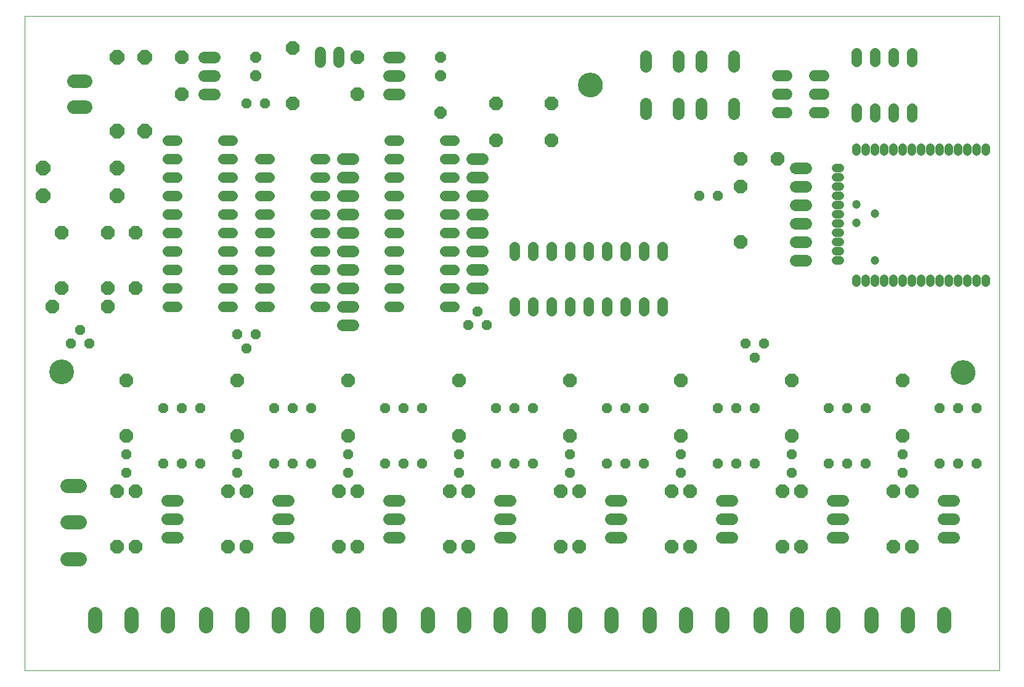
<source format=gbr>
G75*
G70*
%OFA0B0*%
%FSLAX24Y24*%
%IPPOS*%
%LPD*%
%AMOC8*
5,1,8,0,0,1.08239X$1,22.5*
%
%ADD10C,0.0000*%
%ADD11C,0.1339*%
%ADD12OC8,0.0556*%
%ADD13C,0.0636*%
%ADD14C,0.0756*%
%ADD15OC8,0.0779*%
%ADD16C,0.0596*%
%ADD17OC8,0.0709*%
%ADD18OC8,0.0579*%
%ADD19C,0.0736*%
%ADD20C,0.0472*%
%ADD21C,0.0556*%
%ADD22OC8,0.0636*%
%ADD23C,0.0472*%
D10*
X000101Y000101D02*
X000101Y035534D01*
X052857Y035534D01*
X052857Y000101D01*
X000101Y000101D01*
X001471Y016282D02*
X001473Y016332D01*
X001479Y016382D01*
X001489Y016431D01*
X001503Y016479D01*
X001520Y016526D01*
X001541Y016571D01*
X001566Y016615D01*
X001594Y016656D01*
X001626Y016695D01*
X001660Y016732D01*
X001697Y016766D01*
X001737Y016796D01*
X001779Y016823D01*
X001823Y016847D01*
X001869Y016868D01*
X001916Y016884D01*
X001964Y016897D01*
X002014Y016906D01*
X002063Y016911D01*
X002114Y016912D01*
X002164Y016909D01*
X002213Y016902D01*
X002262Y016891D01*
X002310Y016876D01*
X002356Y016858D01*
X002401Y016836D01*
X002444Y016810D01*
X002485Y016781D01*
X002524Y016749D01*
X002560Y016714D01*
X002592Y016676D01*
X002622Y016636D01*
X002649Y016593D01*
X002672Y016549D01*
X002691Y016503D01*
X002707Y016455D01*
X002719Y016406D01*
X002727Y016357D01*
X002731Y016307D01*
X002731Y016257D01*
X002727Y016207D01*
X002719Y016158D01*
X002707Y016109D01*
X002691Y016061D01*
X002672Y016015D01*
X002649Y015971D01*
X002622Y015928D01*
X002592Y015888D01*
X002560Y015850D01*
X002524Y015815D01*
X002485Y015783D01*
X002444Y015754D01*
X002401Y015728D01*
X002356Y015706D01*
X002310Y015688D01*
X002262Y015673D01*
X002213Y015662D01*
X002164Y015655D01*
X002114Y015652D01*
X002063Y015653D01*
X002014Y015658D01*
X001964Y015667D01*
X001916Y015680D01*
X001869Y015696D01*
X001823Y015717D01*
X001779Y015741D01*
X001737Y015768D01*
X001697Y015798D01*
X001660Y015832D01*
X001626Y015869D01*
X001594Y015908D01*
X001566Y015949D01*
X001541Y015993D01*
X001520Y016038D01*
X001503Y016085D01*
X001489Y016133D01*
X001479Y016182D01*
X001473Y016232D01*
X001471Y016282D01*
X030101Y031813D02*
X030103Y031863D01*
X030109Y031913D01*
X030119Y031962D01*
X030133Y032010D01*
X030150Y032057D01*
X030171Y032102D01*
X030196Y032146D01*
X030224Y032187D01*
X030256Y032226D01*
X030290Y032263D01*
X030327Y032297D01*
X030367Y032327D01*
X030409Y032354D01*
X030453Y032378D01*
X030499Y032399D01*
X030546Y032415D01*
X030594Y032428D01*
X030644Y032437D01*
X030693Y032442D01*
X030744Y032443D01*
X030794Y032440D01*
X030843Y032433D01*
X030892Y032422D01*
X030940Y032407D01*
X030986Y032389D01*
X031031Y032367D01*
X031074Y032341D01*
X031115Y032312D01*
X031154Y032280D01*
X031190Y032245D01*
X031222Y032207D01*
X031252Y032167D01*
X031279Y032124D01*
X031302Y032080D01*
X031321Y032034D01*
X031337Y031986D01*
X031349Y031937D01*
X031357Y031888D01*
X031361Y031838D01*
X031361Y031788D01*
X031357Y031738D01*
X031349Y031689D01*
X031337Y031640D01*
X031321Y031592D01*
X031302Y031546D01*
X031279Y031502D01*
X031252Y031459D01*
X031222Y031419D01*
X031190Y031381D01*
X031154Y031346D01*
X031115Y031314D01*
X031074Y031285D01*
X031031Y031259D01*
X030986Y031237D01*
X030940Y031219D01*
X030892Y031204D01*
X030843Y031193D01*
X030794Y031186D01*
X030744Y031183D01*
X030693Y031184D01*
X030644Y031189D01*
X030594Y031198D01*
X030546Y031211D01*
X030499Y031227D01*
X030453Y031248D01*
X030409Y031272D01*
X030367Y031299D01*
X030327Y031329D01*
X030290Y031363D01*
X030256Y031400D01*
X030224Y031439D01*
X030196Y031480D01*
X030171Y031524D01*
X030150Y031569D01*
X030133Y031616D01*
X030119Y031664D01*
X030109Y031713D01*
X030103Y031763D01*
X030101Y031813D01*
X050258Y016243D02*
X050260Y016293D01*
X050266Y016343D01*
X050276Y016392D01*
X050290Y016440D01*
X050307Y016487D01*
X050328Y016532D01*
X050353Y016576D01*
X050381Y016617D01*
X050413Y016656D01*
X050447Y016693D01*
X050484Y016727D01*
X050524Y016757D01*
X050566Y016784D01*
X050610Y016808D01*
X050656Y016829D01*
X050703Y016845D01*
X050751Y016858D01*
X050801Y016867D01*
X050850Y016872D01*
X050901Y016873D01*
X050951Y016870D01*
X051000Y016863D01*
X051049Y016852D01*
X051097Y016837D01*
X051143Y016819D01*
X051188Y016797D01*
X051231Y016771D01*
X051272Y016742D01*
X051311Y016710D01*
X051347Y016675D01*
X051379Y016637D01*
X051409Y016597D01*
X051436Y016554D01*
X051459Y016510D01*
X051478Y016464D01*
X051494Y016416D01*
X051506Y016367D01*
X051514Y016318D01*
X051518Y016268D01*
X051518Y016218D01*
X051514Y016168D01*
X051506Y016119D01*
X051494Y016070D01*
X051478Y016022D01*
X051459Y015976D01*
X051436Y015932D01*
X051409Y015889D01*
X051379Y015849D01*
X051347Y015811D01*
X051311Y015776D01*
X051272Y015744D01*
X051231Y015715D01*
X051188Y015689D01*
X051143Y015667D01*
X051097Y015649D01*
X051049Y015634D01*
X051000Y015623D01*
X050951Y015616D01*
X050901Y015613D01*
X050850Y015614D01*
X050801Y015619D01*
X050751Y015628D01*
X050703Y015641D01*
X050656Y015657D01*
X050610Y015678D01*
X050566Y015702D01*
X050524Y015729D01*
X050484Y015759D01*
X050447Y015793D01*
X050413Y015830D01*
X050381Y015869D01*
X050353Y015910D01*
X050328Y015954D01*
X050307Y015999D01*
X050290Y016046D01*
X050276Y016094D01*
X050266Y016143D01*
X050260Y016193D01*
X050258Y016243D01*
D11*
X050888Y016243D03*
X030731Y031813D03*
X002101Y016282D03*
D12*
X002601Y017813D03*
X003101Y018563D03*
X003601Y017813D03*
X007601Y014313D03*
X008601Y014313D03*
X009601Y014313D03*
X011601Y011813D03*
X011601Y010813D03*
X009601Y011313D03*
X008601Y011313D03*
X007601Y011313D03*
X005601Y010813D03*
X005601Y011813D03*
X013601Y011313D03*
X014601Y011313D03*
X015601Y011313D03*
X017601Y010813D03*
X017601Y011813D03*
X019601Y011313D03*
X020601Y011313D03*
X021601Y011313D03*
X023601Y010813D03*
X023601Y011813D03*
X025601Y011313D03*
X026601Y011313D03*
X027601Y011313D03*
X029601Y010813D03*
X029601Y011813D03*
X031601Y011313D03*
X032601Y011313D03*
X033601Y011313D03*
X035601Y010813D03*
X035601Y011813D03*
X037601Y011313D03*
X038601Y011313D03*
X039601Y011313D03*
X041601Y010813D03*
X041601Y011813D03*
X043601Y011313D03*
X044601Y011313D03*
X045601Y011313D03*
X047601Y010813D03*
X047601Y011813D03*
X049601Y011313D03*
X050601Y011313D03*
X051601Y011313D03*
X051601Y014313D03*
X050601Y014313D03*
X049601Y014313D03*
X045601Y014313D03*
X044601Y014313D03*
X043601Y014313D03*
X039601Y014313D03*
X038601Y014313D03*
X037601Y014313D03*
X039601Y017063D03*
X040101Y017813D03*
X039101Y017813D03*
X033601Y014313D03*
X032601Y014313D03*
X031601Y014313D03*
X027601Y014313D03*
X026601Y014313D03*
X025601Y014313D03*
X021601Y014313D03*
X020601Y014313D03*
X019601Y014313D03*
X015601Y014313D03*
X014601Y014313D03*
X013601Y014313D03*
X012101Y017563D03*
X012601Y018313D03*
X011601Y018313D03*
X024101Y018813D03*
X024601Y019563D03*
X025101Y018813D03*
X036601Y025813D03*
X037601Y025813D03*
X013101Y030813D03*
X012101Y030813D03*
D13*
X010380Y031313D02*
X009822Y031313D01*
X009822Y032313D02*
X010380Y032313D01*
X010380Y033313D02*
X009822Y033313D01*
X017322Y027813D02*
X017880Y027813D01*
X017880Y026813D02*
X017322Y026813D01*
X017322Y025813D02*
X017880Y025813D01*
X017880Y024813D02*
X017322Y024813D01*
X017322Y023813D02*
X017880Y023813D01*
X017880Y022813D02*
X017322Y022813D01*
X017322Y021813D02*
X017880Y021813D01*
X017880Y020813D02*
X017322Y020813D01*
X017322Y019813D02*
X017880Y019813D01*
X017880Y018813D02*
X017322Y018813D01*
X024322Y020813D02*
X024880Y020813D01*
X024880Y021813D02*
X024322Y021813D01*
X024322Y022813D02*
X024880Y022813D01*
X024880Y023813D02*
X024322Y023813D01*
X024322Y024813D02*
X024880Y024813D01*
X024880Y025813D02*
X024322Y025813D01*
X024322Y026813D02*
X024880Y026813D01*
X024880Y027813D02*
X024322Y027813D01*
X020380Y031313D02*
X019822Y031313D01*
X019822Y032313D02*
X020380Y032313D01*
X020380Y033313D02*
X019822Y033313D01*
X033711Y033372D02*
X033711Y032815D01*
X035491Y032815D02*
X035491Y033372D01*
X036711Y033372D02*
X036711Y032815D01*
X038491Y032815D02*
X038491Y033372D01*
X038491Y030812D02*
X038491Y030255D01*
X036711Y030255D02*
X036711Y030812D01*
X035491Y030812D02*
X035491Y030255D01*
X033711Y030255D02*
X033711Y030812D01*
X041822Y027313D02*
X042380Y027313D01*
X042380Y026313D02*
X041822Y026313D01*
X041822Y025313D02*
X042380Y025313D01*
X042380Y024313D02*
X041822Y024313D01*
X041822Y023313D02*
X042380Y023313D01*
X042380Y022313D02*
X041822Y022313D01*
X043822Y009313D02*
X044380Y009313D01*
X044380Y008313D02*
X043822Y008313D01*
X043822Y007313D02*
X044380Y007313D01*
X049822Y007313D02*
X050380Y007313D01*
X050380Y008313D02*
X049822Y008313D01*
X049822Y009313D02*
X050380Y009313D01*
X038380Y009313D02*
X037822Y009313D01*
X037822Y008313D02*
X038380Y008313D01*
X038380Y007313D02*
X037822Y007313D01*
X032380Y007313D02*
X031822Y007313D01*
X031822Y008313D02*
X032380Y008313D01*
X032380Y009313D02*
X031822Y009313D01*
X026380Y009313D02*
X025822Y009313D01*
X025822Y008313D02*
X026380Y008313D01*
X026380Y007313D02*
X025822Y007313D01*
X020380Y007313D02*
X019822Y007313D01*
X019822Y008313D02*
X020380Y008313D01*
X020380Y009313D02*
X019822Y009313D01*
X014380Y009313D02*
X013822Y009313D01*
X013822Y008313D02*
X014380Y008313D01*
X014380Y007313D02*
X013822Y007313D01*
X008380Y007313D02*
X007822Y007313D01*
X007822Y008313D02*
X008380Y008313D01*
X008380Y009313D02*
X007822Y009313D01*
D14*
X003085Y010102D02*
X002408Y010102D01*
X002408Y008132D02*
X003085Y008132D01*
X003085Y006162D02*
X002408Y006162D01*
X003899Y003184D02*
X003899Y002506D01*
X005869Y002506D02*
X005869Y003184D01*
X007839Y003184D02*
X007839Y002506D01*
X009899Y002506D02*
X009899Y003184D01*
X011869Y003184D02*
X011869Y002506D01*
X013839Y002506D02*
X013839Y003184D01*
X015899Y003184D02*
X015899Y002506D01*
X017869Y002506D02*
X017869Y003184D01*
X019839Y003184D02*
X019839Y002506D01*
X021899Y002506D02*
X021899Y003184D01*
X023869Y003184D02*
X023869Y002506D01*
X025839Y002506D02*
X025839Y003184D01*
X027899Y003184D02*
X027899Y002506D01*
X029869Y002506D02*
X029869Y003184D01*
X031839Y003184D02*
X031839Y002506D01*
X033899Y002506D02*
X033899Y003184D01*
X035869Y003184D02*
X035869Y002506D01*
X037839Y002506D02*
X037839Y003184D01*
X039899Y003184D02*
X039899Y002506D01*
X041869Y002506D02*
X041869Y003184D01*
X043839Y003184D02*
X043839Y002506D01*
X045899Y002506D02*
X045899Y003184D01*
X047869Y003184D02*
X047869Y002506D01*
X049839Y002506D02*
X049839Y003184D01*
D15*
X006601Y029313D03*
X005101Y029313D03*
X005101Y027313D03*
X005101Y025813D03*
X001101Y025813D03*
X001101Y027313D03*
X005101Y033313D03*
X006601Y033313D03*
D16*
X016101Y033572D02*
X016101Y033055D01*
X017101Y033055D02*
X017101Y033572D01*
X040842Y032313D02*
X041360Y032313D01*
X042842Y032313D02*
X043360Y032313D01*
X043360Y031313D02*
X042842Y031313D01*
X041360Y031313D02*
X040842Y031313D01*
X040842Y030313D02*
X041360Y030313D01*
X042842Y030313D02*
X043360Y030313D01*
D17*
X040851Y027813D03*
X038851Y027813D03*
X038851Y026313D03*
X038851Y023313D03*
X028601Y028813D03*
X028601Y030813D03*
X025601Y030813D03*
X025601Y028813D03*
X018101Y031313D03*
X018101Y033313D03*
X014601Y033813D03*
X014601Y030813D03*
X008601Y031313D03*
X008601Y033313D03*
X006101Y023813D03*
X004601Y023813D03*
X002101Y023813D03*
X002101Y020813D03*
X001601Y019813D03*
X004601Y019813D03*
X004601Y020813D03*
X006101Y020813D03*
X005601Y015813D03*
X005601Y012813D03*
X006101Y009813D03*
X005101Y009813D03*
X005101Y006813D03*
X006101Y006813D03*
X011101Y006813D03*
X012101Y006813D03*
X012101Y009813D03*
X011101Y009813D03*
X011601Y012813D03*
X011601Y015813D03*
X017601Y015813D03*
X017601Y012813D03*
X018101Y009813D03*
X017101Y009813D03*
X017101Y006813D03*
X018101Y006813D03*
X023101Y006813D03*
X024101Y006813D03*
X024101Y009813D03*
X023101Y009813D03*
X023601Y012813D03*
X023601Y015813D03*
X029601Y015813D03*
X029601Y012813D03*
X030101Y009813D03*
X029101Y009813D03*
X029101Y006813D03*
X030101Y006813D03*
X035101Y006813D03*
X036101Y006813D03*
X036101Y009813D03*
X035101Y009813D03*
X035601Y012813D03*
X035601Y015813D03*
X041601Y015813D03*
X041601Y012813D03*
X042101Y009813D03*
X041101Y009813D03*
X041101Y006813D03*
X042101Y006813D03*
X047101Y006813D03*
X048101Y006813D03*
X048101Y009813D03*
X047101Y009813D03*
X047601Y012813D03*
X047601Y015813D03*
D18*
X022601Y032313D03*
X022601Y033313D03*
X012601Y033313D03*
X012601Y032313D03*
D19*
X003430Y032002D02*
X002772Y032002D01*
X002772Y030624D02*
X003430Y030624D01*
D20*
X044003Y027313D02*
X044199Y027313D01*
X044199Y026813D02*
X044003Y026813D01*
X044003Y026313D02*
X044199Y026313D01*
X044199Y025813D02*
X044003Y025813D01*
X044003Y025313D02*
X044199Y025313D01*
X044199Y024813D02*
X044003Y024813D01*
X044003Y024313D02*
X044199Y024313D01*
X044199Y023813D02*
X044003Y023813D01*
X044003Y023313D02*
X044199Y023313D01*
X044199Y022813D02*
X044003Y022813D01*
X044003Y022313D02*
X044199Y022313D01*
X045101Y021325D02*
X045101Y021129D01*
X045601Y021129D02*
X045601Y021325D01*
X046101Y021325D02*
X046101Y021129D01*
X046601Y021129D02*
X046601Y021325D01*
X047101Y021325D02*
X047101Y021129D01*
X047601Y021129D02*
X047601Y021325D01*
X048101Y021325D02*
X048101Y021129D01*
X048601Y021129D02*
X048601Y021325D01*
X049101Y021325D02*
X049101Y021129D01*
X049601Y021129D02*
X049601Y021325D01*
X050101Y021325D02*
X050101Y021129D01*
X050601Y021129D02*
X050601Y021325D01*
X051101Y021325D02*
X051101Y021129D01*
X051601Y021129D02*
X051601Y021325D01*
X052101Y021325D02*
X052101Y021129D01*
X052101Y028215D02*
X052101Y028411D01*
X051601Y028411D02*
X051601Y028215D01*
X051101Y028215D02*
X051101Y028411D01*
X050601Y028411D02*
X050601Y028215D01*
X050101Y028215D02*
X050101Y028411D01*
X049601Y028411D02*
X049601Y028215D01*
X049101Y028215D02*
X049101Y028411D01*
X048601Y028411D02*
X048601Y028215D01*
X048101Y028215D02*
X048101Y028411D01*
X047601Y028411D02*
X047601Y028215D01*
X047101Y028215D02*
X047101Y028411D01*
X046601Y028411D02*
X046601Y028215D01*
X046101Y028215D02*
X046101Y028411D01*
X045601Y028411D02*
X045601Y028215D01*
X045101Y028215D02*
X045101Y028411D01*
D21*
X045101Y030075D02*
X045101Y030552D01*
X046101Y030552D02*
X046101Y030075D01*
X047101Y030075D02*
X047101Y030552D01*
X048101Y030552D02*
X048101Y030075D01*
X048101Y033075D02*
X048101Y033552D01*
X047101Y033552D02*
X047101Y033075D01*
X046101Y033075D02*
X046101Y033552D01*
X045101Y033552D02*
X045101Y033075D01*
X034601Y023052D02*
X034601Y022575D01*
X033601Y022575D02*
X033601Y023052D01*
X032601Y023052D02*
X032601Y022575D01*
X031601Y022575D02*
X031601Y023052D01*
X030601Y023052D02*
X030601Y022575D01*
X029601Y022575D02*
X029601Y023052D01*
X028601Y023052D02*
X028601Y022575D01*
X027601Y022575D02*
X027601Y023052D01*
X026601Y023052D02*
X026601Y022575D01*
X023340Y022813D02*
X022862Y022813D01*
X022862Y023813D02*
X023340Y023813D01*
X023340Y024813D02*
X022862Y024813D01*
X022862Y025813D02*
X023340Y025813D01*
X023340Y026813D02*
X022862Y026813D01*
X022862Y027813D02*
X023340Y027813D01*
X023340Y028813D02*
X022862Y028813D01*
X020340Y028813D02*
X019862Y028813D01*
X019862Y027813D02*
X020340Y027813D01*
X020340Y026813D02*
X019862Y026813D01*
X019862Y025813D02*
X020340Y025813D01*
X020340Y024813D02*
X019862Y024813D01*
X019862Y023813D02*
X020340Y023813D01*
X020340Y022813D02*
X019862Y022813D01*
X019862Y021813D02*
X020340Y021813D01*
X020340Y020813D02*
X019862Y020813D01*
X019862Y019813D02*
X020340Y019813D01*
X022862Y019813D02*
X023340Y019813D01*
X023340Y020813D02*
X022862Y020813D01*
X022862Y021813D02*
X023340Y021813D01*
X026601Y020052D02*
X026601Y019575D01*
X027601Y019575D02*
X027601Y020052D01*
X028601Y020052D02*
X028601Y019575D01*
X029601Y019575D02*
X029601Y020052D01*
X030601Y020052D02*
X030601Y019575D01*
X031601Y019575D02*
X031601Y020052D01*
X032601Y020052D02*
X032601Y019575D01*
X033601Y019575D02*
X033601Y020052D01*
X034601Y020052D02*
X034601Y019575D01*
X016340Y019813D02*
X015862Y019813D01*
X015862Y020813D02*
X016340Y020813D01*
X016340Y021813D02*
X015862Y021813D01*
X015862Y022813D02*
X016340Y022813D01*
X016340Y023813D02*
X015862Y023813D01*
X015862Y024813D02*
X016340Y024813D01*
X016340Y025813D02*
X015862Y025813D01*
X015862Y026813D02*
X016340Y026813D01*
X016340Y027813D02*
X015862Y027813D01*
X013340Y027813D02*
X012862Y027813D01*
X012862Y026813D02*
X013340Y026813D01*
X013340Y025813D02*
X012862Y025813D01*
X012862Y024813D02*
X013340Y024813D01*
X013340Y023813D02*
X012862Y023813D01*
X012862Y022813D02*
X013340Y022813D01*
X013340Y021813D02*
X012862Y021813D01*
X012862Y020813D02*
X013340Y020813D01*
X013340Y019813D02*
X012862Y019813D01*
X011340Y019813D02*
X010862Y019813D01*
X010862Y020813D02*
X011340Y020813D01*
X011340Y021813D02*
X010862Y021813D01*
X010862Y022813D02*
X011340Y022813D01*
X011340Y023813D02*
X010862Y023813D01*
X010862Y024813D02*
X011340Y024813D01*
X011340Y025813D02*
X010862Y025813D01*
X010862Y026813D02*
X011340Y026813D01*
X011340Y027813D02*
X010862Y027813D01*
X010862Y028813D02*
X011340Y028813D01*
X008340Y028813D02*
X007862Y028813D01*
X007862Y027813D02*
X008340Y027813D01*
X008340Y026813D02*
X007862Y026813D01*
X007862Y025813D02*
X008340Y025813D01*
X008340Y024813D02*
X007862Y024813D01*
X007862Y023813D02*
X008340Y023813D01*
X008340Y022813D02*
X007862Y022813D01*
X007862Y021813D02*
X008340Y021813D01*
X008340Y020813D02*
X007862Y020813D01*
X007862Y019813D02*
X008340Y019813D01*
D22*
X022601Y030313D03*
D23*
X045101Y025351D03*
X046101Y024851D03*
X045101Y024351D03*
X046101Y022313D03*
M02*

</source>
